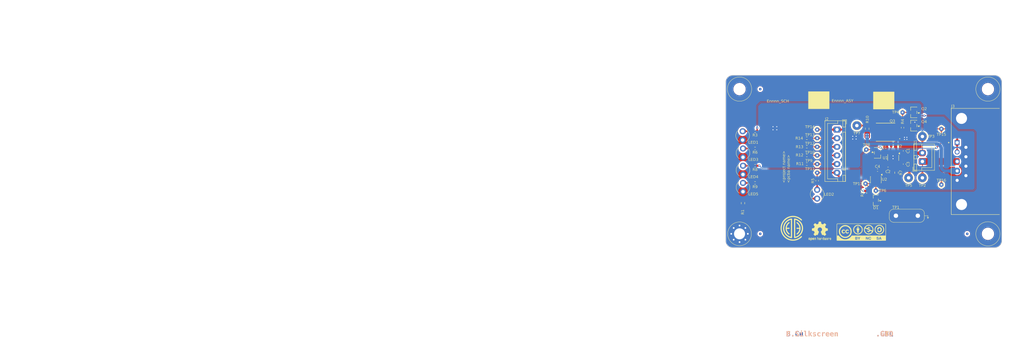
<source format=kicad_pcb>
(kicad_pcb
	(version 20241229)
	(generator "pcbnew")
	(generator_version "9.0")
	(general
		(thickness 1.6)
		(legacy_teardrops no)
	)
	(paper "USLegal")
	(layers
		(0 "F.Cu" signal)
		(4 "In1.Cu" power)
		(6 "In2.Cu" power)
		(2 "B.Cu" signal)
		(9 "F.Adhes" user "F.Adhesive")
		(11 "B.Adhes" user "B.Adhesive")
		(13 "F.Paste" user)
		(15 "B.Paste" user)
		(5 "F.SilkS" user "F.Silkscreen")
		(7 "B.SilkS" user "B.Silkscreen")
		(1 "F.Mask" user)
		(3 "B.Mask" user)
		(17 "Dwgs.User" user "User.Drawings")
		(19 "Cmts.User" user "User.Comments")
		(21 "Eco1.User" user "User.Eco1")
		(23 "Eco2.User" user "User.Eco2")
		(25 "Edge.Cuts" user "Board.Outline")
		(27 "Margin" user)
		(31 "F.CrtYd" user "F.Courtyard")
		(29 "B.CrtYd" user "B.Courtyard")
		(35 "F.Fab" user "F.Assembly")
		(33 "B.Fab" user "B.Assembly")
		(39 "User.1" front "Gerber.Title.Block")
		(41 "User.2" front "F.FabNotes")
		(43 "User.3" front "F.FabNotes2")
		(45 "User.4" back "B.FabNotes")
		(47 "User.5" back "B.FabNotes2")
		(49 "User.6" front "F. Fab")
		(51 "User.7" back "B.Fab")
		(53 "User.8" user)
		(55 "User.9" user)
	)
	(setup
		(stackup
			(layer "F.SilkS"
				(type "Top Silk Screen")
			)
			(layer "F.Paste"
				(type "Top Solder Paste")
			)
			(layer "F.Mask"
				(type "Top Solder Mask")
				(thickness 0.01)
			)
			(layer "F.Cu"
				(type "copper")
				(thickness 0.035)
			)
			(layer "dielectric 1"
				(type "prepreg")
				(thickness 0.1)
				(material "FR4")
				(epsilon_r 4.5)
				(loss_tangent 0.02)
			)
			(layer "In1.Cu"
				(type "copper")
				(thickness 0.035)
			)
			(layer "dielectric 2"
				(type "core")
				(thickness 1.24)
				(material "FR4")
				(epsilon_r 4.5)
				(loss_tangent 0.02)
			)
			(layer "In2.Cu"
				(type "copper")
				(thickness 0.035)
			)
			(layer "dielectric 3"
				(type "prepreg")
				(thickness 0.1)
				(material "FR4")
				(epsilon_r 4.5)
				(loss_tangent 0.02)
			)
			(layer "B.Cu"
				(type "copper")
				(thickness 0.035)
			)
			(layer "B.Mask"
				(type "Bottom Solder Mask")
				(thickness 0.01)
			)
			(layer "B.Paste"
				(type "Bottom Solder Paste")
			)
			(layer "B.SilkS"
				(type "Bottom Silk Screen")
			)
			(copper_finish "ENIG")
			(dielectric_constraints no)
		)
		(pad_to_mask_clearance 0)
		(allow_soldermask_bridges_in_footprints no)
		(tenting front back)
		(aux_axis_origin 239.6 100)
		(grid_origin 239.6 100)
		(pcbplotparams
			(layerselection 0x00000000_00000000_55555555_5755f5ff)
			(plot_on_all_layers_selection 0x00000000_00000000_00000000_02000000)
			(disableapertmacros no)
			(usegerberextensions yes)
			(usegerberattributes yes)
			(usegerberadvancedattributes yes)
			(creategerberjobfile yes)
			(dashed_line_dash_ratio 12.000000)
			(dashed_line_gap_ratio 3.000000)
			(svgprecision 4)
			(plotframeref no)
			(mode 1)
			(useauxorigin yes)
			(hpglpennumber 1)
			(hpglpenspeed 20)
			(hpglpendiameter 15.000000)
			(pdf_front_fp_property_popups yes)
			(pdf_back_fp_property_popups yes)
			(pdf_metadata yes)
			(pdf_single_document no)
			(dxfpolygonmode yes)
			(dxfimperialunits yes)
			(dxfusepcbnewfont yes)
			(psnegative no)
			(psa4output no)
			(plot_black_and_white yes)
			(sketchpadsonfab no)
			(plotpadnumbers no)
			(hidednponfab no)
			(sketchdnponfab yes)
			(crossoutdnponfab yes)
			(subtractmaskfromsilk yes)
			(outputformat 1)
			(mirror no)
			(drillshape 0)
			(scaleselection 1)
			(outputdirectory "../2_Fabrication/artwork/")
		)
	)
	(property "art_checked_date" "<art checked date>")
	(property "art_checker" "<art checker>")
	(property "art_eng" "<art engineer>")
	(property "art_eng_date" "<art engineer date>")
	(property "art_prj_eng_date" "<art prj eng date>")
	(property "art_rev" "X1")
	(property "base_pn" "Ennnn")
	(property "pcb_checked_date" "<pcb checked date>")
	(property "pcb_checker" "<pcb checker>")
	(property "pcb_eng" "<pcb engineer>")
	(property "pcb_eng_date" "<pcb engineer date>")
	(property "pcb_prj_eng_date" "<pcb prj eng date>")
	(property "pcb_rev" "X1")
	(property "pcba_checked_date" "<pcba checked date>")
	(property "pcba_checker" "<pcba checker>")
	(property "pcba_eng" "<pcba engineer>")
	(property "pcba_eng_date" "<pcba engineer date>")
	(property "pcba_name" "<pcba name>")
	(property "pcba_prj_eng_date" "<pcba prj eng date>")
	(property "pcba_rev" "X1")
	(property "prj_eng" "<prj_eng>")
	(property "prj_license" "<prj license>")
	(property "prj_name" "<project name>")
	(property "sch_checked_date" "<sch checked date>")
	(property "sch_checker" "<sch checker>")
	(property "sch_eng" "<sch engineer>")
	(property "sch_eng_date" "<sch engineer date>")
	(property "sch_prj_eng_date" "<sch prj eng date>")
	(property "sch_rev" "X1")
	(net 0 "")
	(net 1 "/Schematic Top Sheet/VbatSW")
	(net 2 "GND")
	(net 3 "+5VSW")
	(net 4 "Vbat")
	(net 5 "/Schematic Top Sheet/~{TIMEOUT}")
	(net 6 "/Schematic Top Sheet/IGNITION")
	(net 7 "/Schematic Top Sheet/IGNITION_5V")
	(net 8 "Net-(U1-BYPASS)")
	(net 9 "/Schematic Top Sheet/~{IGNITION}")
	(net 10 "/Schematic Top Sheet/Vctl")
	(net 11 "/Schematic Top Sheet/Vctl_gate")
	(net 12 "/Schematic Top Sheet/DELAY4")
	(net 13 "/Schematic Top Sheet/DELAY1")
	(net 14 "/Schematic Top Sheet/DELAY3")
	(net 15 "/Schematic Top Sheet/DELAY_COM")
	(net 16 "/Schematic Top Sheet/DELAY2")
	(net 17 "LED")
	(net 18 "Net-(LED2-A)")
	(net 19 "Net-(LED3-A)")
	(net 20 "Net-(LED4-A)")
	(net 21 "/Schematic Top Sheet/Vcltiso")
	(net 22 "/Schematic Top Sheet/+5VSWiso")
	(net 23 "Net-(LED1-A)")
	(net 24 "Net-(LED5-A)")
	(footprint "Resistor_SMD:R_0402_1005Metric_Pad0.72x0.64mm_HandSolder" (layer "F.Cu") (at 290.85 65.1925 90))
	(footprint "DDCEE:TP_1P_HEX_1mm" (layer "F.Cu") (at 266.1 65.75 90))
	(footprint "Resistor_SMD:R_0402_1005Metric_Pad0.72x0.64mm_HandSolder" (layer "F.Cu") (at 248.1 76.23 180))
	(footprint "Resistor_SMD:R_0402_1005Metric_Pad0.72x0.64mm_HandSolder" (layer "F.Cu") (at 248.1 71.23 180))
	(footprint "DDCEE:TP_1P_5000_RED" (layer "F.Cu") (at 296.6 67.75))
	(footprint "DDCEE:TP_1P_HEX_1mm" (layer "F.Cu") (at 266.1 75.75 90))
	(footprint "DDCEE:MountingHole_3.2mm_M3" (layer "F.Cu") (at 315.6 54))
	(footprint "Resistor_SMD:R_0402_1005Metric_Pad0.72x0.64mm_HandSolder" (layer "F.Cu") (at 288.15 70.5 180))
	(footprint "Capacitor_SMD:C_0402_1005Metric_Pad0.74x0.62mm_HandSolder" (layer "F.Cu") (at 291.4 75.7675 -90))
	(footprint "DDCEE:LG_ddcee_5x5"
		(layer "F.Cu")
		(uuid "430b2135-0c97-407a-bc4f-c98d0e6e736e")
		(at 259.1 94.396295)
		(property "Reference" "G***"
			(at 0.045004 -5.1 0)
			(layer "F.SilkS")
			(hide yes)
			(uuid "109f17cf-9d03-4cfc-b0e9-26442548d79f")
			(effects
				(font
					(size 1.5 1.5)
					(thickness 0.3)
				)
			)
		)
		(property "Value" "LOGO"
			(at 0.75 0 0)
			(layer "F.SilkS")
			(hide yes)
			(uuid "4f1af3c4-2e6b-4ec9-a94f-43cb81e3fb7e")
			(effects
				(font
					(size 1.5 1.5)
					(thickness 0.3)
				)
			)
		)
		(property "Datasheet" ""
			(at 0 0 0)
			(layer "F.Fab")
			(hide yes)
			(uuid "c2110262-16fa-4671-b8a4-5eb31fb1736f")
			(effects
				(font
					(size 1.27 1.27)
					(thickness 0.15)
				)
			)
		)
		(property "Description" ""
			(at 0 0 0)
			(layer "F.Fab")
			(hide yes)
			(uuid "fb1aace3-ae46-4164-b43d-82c69973e9c6")
			(effects
				(font
					(size 1.27 1.27)
					(thickness 0.15)
				)
			)
		)
		(attr board_only exclude_from_pos_files exclude_from_bom)
		(fp_poly
			(pts
				(xy 1.197511 -1.794673) (xy 1.212506 -1.792968) (xy 1.226878 -1.789775) (xy 1.241276 -1.784803)
				(xy 1.256351 -1.777766) (xy 1.272754 -1.768373) (xy 1.291134 -1.756337) (xy 1.312142 -1.74137) (xy 1.32638 -1.730786)
				(xy 1.375068 -1.69328) (xy 1.420439 -1.656376) (xy 1.463848 -1.618899) (xy 1.50665 -1.57967) (xy 1.5502 -1.537513)
				(xy 1.558887 -1.528859) (xy 1.630665 -1.453529) (xy 1.698534 -1.375118) (xy 1.762415 -1.293761)
				(xy 1.822229 -1.209592) (xy 1.877896 -1.122745) (xy 1.929337 -1.033357) (xy 1.976471 -0.94156) (xy 2.019221 -0.84749)
				(xy 2.057506 -0.751282) (xy 2.091247 -0.653071) (xy 2.107765 -0.598504) (xy 2.134031 -0.49851) (xy 2.155405 -0.397716)
				(xy 2.1719 -0.296298) (xy 2.18353 -0.194433) (xy 2.190307 -0.092296) (xy 2.192243 0.009934) (xy 2.189352 0.112082)
				(xy 2.181646 0.213971) (xy 2.169139 0.315425) (xy 2.151842 0.416266) (xy 2.129769 0.516319) (xy 2.102932 0.615406)
				(xy 2.071345 0.713352) (xy 2.035019 0.809979) (xy 1.999977 0.891937) (xy 1.955193 0.984944) (xy 1.906036 1.075621)
				(xy 1.85264 1.163798) (xy 1.795137 1.249306) (xy 1.733663 1.331978) (xy 1.66835 1.411644) (xy 1.599333 1.488135)
				(xy 1.526744 1.561283) (xy 1.450719 1.630919) (xy 1.37139 1.696875) (xy 1.346818 1.716033) (xy 1.323193 1.733993)
				(xy 1.302823 1.748979) (xy 1.285157 1.761262) (xy 1.269643 1.771109) (xy 1.25573 1.778789) (xy 1.242866 1.784573)
				(xy 1.2305 1.788728) (xy 1.218079 1.791523) (xy 1.205052 1.793227) (xy 1.190868 1.79411) (xy 1.186366 1.794253)
				(xy 1.166606 1.794266) (xy 1.151185 1.793113) (xy 1.141911 1.791402) (xy 1.123308 1.785271) (xy 1.103649 1.77633)
				(xy 1.085068 1.76562) (xy 1.075816 1.759153) (xy 1.05527 1.740574) (xy 1.038442 1.719128) (xy 1.025417 1.695391)
				(xy 1.016283 1.669935) (xy 1.011127 1.643335) (xy 1.010035 1.616164) (xy 1.013095 1.588995) (xy 1.020395 1.562403)
				(xy 1.032019 1.536962) (xy 1.040138 1.523885) (xy 1.046917 1.514844) (xy 1.05494 1.505927) (xy 1.06488 1.496518)
				(xy 1.07741 1.486002) (xy 1.093201 1.473762) (xy 1.101995 1.467198) (xy 1.140063 1.43847) (xy 1.175148 1.410712)
				(xy 1.208377 1.38295) (xy 1.240877 1.354209) (xy 1.273775 1.323515) (xy 1.308199 1.289893) (xy 1.31523 1.282868)
				(xy 1.376224 1.218985) (xy 1.432803 1.153938) (xy 1.485534 1.086987) (xy 1.534987 1.017391) (xy 1.581728 0.944407)
				(xy 1.606465 0.902588) (xy 1.648151 0.825467) (xy 1.686345 0.745231) (xy 1.720863 0.662452) (xy 1.75152 0.577699)
				(xy 1.778133 0.491543) (xy 1.800518 0.404553) (xy 1.81849 0.3173) (xy 1.831867 0.230355) (xy 1.836546 0.189445)
				(xy 1.838252 0.172619) (xy 1.492307 0.171943) (xy 1.146362 0.171266) (xy 1.130111 0.165436) (xy 1.106605 0.155392)
				(xy 1.085993 0.142856) (xy 1.066607 0.126765) (xy 1.061175 0.121481) (xy 1.046853 0.106004) (xy 1.035899 0.091239)
				(xy 1.027277 0.075533) (xy 1.01995 0.057233) (xy 1.018804 0.053878) (xy 1.012083 0.026303) (xy 1.010098 -0.001424)
				(xy 1.012628 -0.02878) (xy 1.019454 -0.055245) (xy 1.030357 -0.080296) (xy 1.045116 -0.103411) (xy 1.063513 -0.124068)
				(xy 1.085326 -0.141745) (xy 1.106263 -0.153975) (xy 1.11133 -0.156518) (xy 1.115885 -0.158818) (xy 1.120192 -0.160885)
				(xy 1.124514 -0.162732) (xy 1.129115 -0.164372) (xy 1.134258 -0.165816) (xy 1.140207 -0.167078)
				(xy 1.147226 -0.16817) (xy 1.155577 -0.169103) (xy 1.165525 -0.169891) (xy 1.177333 -0.170546) (xy 1.191265 -0.171079)
				(xy 1.207583 -0.171504) (xy 1.226552 -0.171832) (xy 1.248435 -0.172077) (xy 1.273496 -0.17225) (xy 1.301997 -0.172363)
				(xy 1.334204 -0.17243) (xy 1.370378 -0.172462) (xy 1.410784 -0.172472) (xy 1.455686 -0.172472) (xy 1.501064 -0.172474)
				(xy 1.838263 -0.172517) (xy 1.836551 -0.189394) (xy 1.825328 -0.276569) (xy 1.809374 -0.364195)
				(xy 1.788863 -0.451751) (xy 1.76397 -0.538714) (xy 1.73487 -0.624562) (xy 1.701735 -0.708772) (xy 1.664741 -0.790822)
				(xy 1.624061 -0.87019) (xy 1.589238 -0.930974) (xy 1.542467 -1.005114) (xy 1.493464 -1.075592) (xy 1.441871 -1.1428)
				(xy 1.387328 -1.207129) (xy 1.329475 -1.268973) (xy 1.267954 -1.328723) (xy 1.202406 -1.386771)
				(xy 1.132471 -1.443509) (xy 1.09013 -1.475694) (xy 1.071726 -1.490065) (xy 1.057028 -1.503293) (xy 1.045194 -1.516325)
				(xy 1.035385 -1.530106) (xy 1.026761 -1.545581) (xy 1.025134 -1.548903) (xy 1.014659 -1.576208)
				(xy 1.008964 -1.60419) (xy 1.007983 -1.632332) (xy 1.011654 -1.660117) (xy 1.019912 -1.687029) (xy 1.032696 -1.71255)
				(xy 1.047794 -1.733634) (xy 1.068417 -1.754686) (xy 1.091544 -1.771433) (xy 1.117 -1.783798) (xy 1.144614 -1.791698)
				(xy 1.174212 -1.795056) (xy 1.181241 -1.795177)
			)
			(stroke
				(width 0)
				(type solid)
			)
			(fill yes)
			(layer "F.SilkS")
			(uuid "99103f5b-d42b-418f-98f4-0e2c255e3922")
		)
		(fp_poly
			(pts
				(xy -1.121174 -1.793602) (xy -1.09451 -1.786996) (xy -1.069748 -1.775909) (xy -1.046509 -1.760184)
				(xy -1.028776 -1.744167) (xy -1.009705 -1.721517) (xy -0.99501 -1.696448) (xy -0.984701 -1.66898)
				(xy -0.983666 -1.665164) (xy -0.98039 -1.646362) (xy -0.979328 -1.625119) (xy -0.980451 -1.603466)
				(xy -0.983733 -1.583433) (xy -0.984859 -1.579018) (xy -0.992346 -1.557067) (xy -1.002321 -1.537105)
				(xy -1.015294 -1.518476) (xy -1.031771 -1.500521) (xy -1.05226 -1.482583) (xy -1.069343 -1.469627)
				(xy -1.143486 -1.412995) (xy -1.214423 -1.352609) (xy -1.282037 -1.288645) (xy -1.34621 -1.221283)
				(xy -1.406825 -1.150699) (xy -1.463764 -1.077072) (xy -1.51691 -1.000579) (xy -1.566144 -0.921399)
				(xy -1.61135 -0.83971) (xy -1.652409 -0.755689) (xy -1.689205 -0.669515) (xy -1.721619 -0.581365)
				(xy -1.749534 -0.491418) (xy -1.77107 -0.40754) (xy -1.777427 -0.378588) (xy -1.783687 -0.347269)
				(xy -1.789668 -0.314693) (xy -1.795186 -0.281968) (xy -1.80006 -0.250204) (xy -1.804105 -0.220511)
				(xy -1.807138 -0.193999) (xy -1.808199 -0.182518) (xy -1.808928 -0.173767) (xy -1.463894 -0.172517)
				(xy -1.414791 -0.172348) (xy -1.370426 -0.172204) (xy -1.330537 -0.172072) (xy -1.294863 -0.171937)
				(xy -1.263141 -0.171787) (xy -1.235109 -0.171606) (xy -1.210505 -0.171382) (xy -1.189067 -0.171101)
				(xy -1.170534 -0.170749) (xy -1.154642 -0.170311) (xy -1.141131 -0.169775) (xy -1.129737 -0.169126)
				(xy -1.1202 -0.16835) (xy -1.112256 -0.167435) (xy -1.105645 -0.166365) (xy -1.100103 -0.165127)
				(xy -1.095369 -0.163708) (xy -1.091181 -0.162093) (xy -1.087277 -0.160269) (xy -1.083395 -0.158222)
				(xy -1.079272 -0.155937) (xy -1.074648 -0.153402) (xy -1.071697 -0.151845) (xy -1.050212 -0.138112)
				(xy -1.030437 -0.120408) (xy -1.013171 -0.099681) (xy -0.999216 -0.076878) (xy -0.990195 -0.055498)
				(xy -0.983295 -0.027249) (xy -0.981144 0.000965) (xy -0.983532 0.028656) (xy -0.990248 0.055333)
				(xy -1.001082 0.080506) (xy -1.015822 0.103686) (xy -1.034258 0.124383) (xy -1.05618 0.142108) (xy -1.081357 0.156361)
				(xy -1.086117 0.158594) (xy -1.090429 0.160612) (xy -1.094557 0.162425) (xy -1.098763 0.164045)
				(xy -1.103311 0.165482) (xy -1.108464 0.166747) (xy -1.114487 0.167851) (xy -1.121641 0.168805)
				(xy -1.130192 0.16962) (xy -1.140402 0.170307) (xy -1.152534 0.170877) (xy -1.166853 0.17134) (xy -1.183622 0.171707)
				(xy -1.203103 0.17199) (xy -1.225561 0.1722) (xy -1.251259 0.172346) (xy -1.28046 0.172441) (xy -1.313428 0.172494)
				(xy -1.350426 0.172518) (xy -1.391718 0.172522) (xy -1.437567 0.172518) (xy -1.471633 0.172517)
				(xy -1.808416 0.172517) (xy -1.806773 0.193894) (xy -1.804679 0.215371) (xy -1.801463 0.240728)
				(xy -1.797294 0.269011) (xy -1.792338 0.299268) (xy -1.786762 0.330546) (xy -1.780734 0.361893)
				(xy -1.774421 0.392357) (xy -1.76799 0.420983) (xy -1.763959 0.437627) (xy -1.738393 0.529598) (xy -1.7082 0.619823)
				(xy -1.673469 0.708135) (xy -1.63429 0.794364) (xy -1.590751 0.878342) (xy -1.542944 0.959901) (xy -1.490956 1.038872)
				(xy -1.434878 1.115085) (xy -1.3748 1.188374) (xy -1.351211 1.215119) (xy -1.339472 1.227841) (xy -1.324843 1.243181)
				(xy -1.308101 1.260367) (xy -1.290019 1.27863) (xy -1.271373 1.297197) (xy -1.252937 1.315299) (xy -1.235488 1.332163)
				(xy -1.219799 1.34702) (xy -1.206646 1.359097) (xy -1.205119 1.360462) (xy -1.176139 1.385483) (xy -1.143683 1.412103)
				(xy -1.108688 1.439565) (xy -1.081109 1.460432) (xy -1.061123 1.475662) (xy -1.04483 1.488946) (xy -1.031631 1.500907)
				(xy -1.020929 1.512167) (xy -1.012127 1.52335) (xy -1.004627 1.535079) (xy -0.9986 1.546402) (xy -0.987561 1.573951)
				(xy -0.981513 1.601767) (xy -0.980457 1.629819) (xy -0.984391 1.658075) (xy -0.993317 1.686502)
				(xy -0.999277 1.699998) (xy -1.013622 1.724145) (xy -1.031666 1.745268) (xy -1.05291 1.763064) (xy -1.076856 1.77723)
				(xy -1.103006 1.787462) (xy -1.130863 1.793456) (xy -1.155114 1.794995) (xy -1.171755 1.794029)
				(xy -1.188429 1.791549) (xy -1.195118 1.79003) (xy -1.209353 1.785769) (xy -1.222816 1.780398) (xy -1.236542 1.773372)
				(xy -1.251568 1.764146) (xy -1.268931 1.752174) (xy -1.273876 1.748603) (xy -1.352869 1.688169)
				(xy -1.429409 1.623665) (xy -1.503194 1.55542) (xy -1.573921 1.483763) (xy -1.641287 1.409023) (xy -1.704991 1.331531)
				(xy -1.764728 1.251615) (xy -1.820197 1.169605) (xy -1.850204 1.121358) (xy -1.902228 1.030378)
				(xy -1.949475 0.938093) (xy -1.991978 0.844395) (xy -2.029773 0.749181) (xy -2.062894 0.652345)
				(xy -2.091374 0.553781) (xy -2.115247 0.453384) (xy -2.134548 0.351048) (xy -2.149312 0.24667) (xy -2.156616 0.176267)
				(xy -2.158002 0.157447) (xy -2.159217 0.1345) (xy -2.160249 0.108297) (xy -2.161087 0.079711) (xy -2.16172 0.049611)
				(xy -2.162136 0.01887) (xy -2.162325 -0.011642) (xy -2.162274 -0.041053) (xy -2.161974 -0.068492)
				(xy -2.161411 -0.093088) (xy -2.160576 -0.11397) (xy -2.160417 -0.116893) (xy -2.152005 -0.221756)
				(xy -2.138762 -0.325395) (xy -2.120729 -0.42771) (xy -2.097947 -0.528597) (xy -2.070459 -0.627956)
				(xy -2.038305 -0.725685) (xy -2.001528 -0.821681) (xy -1.960169 -0.915844) (xy -1.91427 -1.00807)
				(xy -1.863872 -1.098258) (xy -1.809017 -1.186307) (xy -1.749747 -1.272115) (xy -1.686103 -1.355579)
				(xy -1.623783 -1.430141) (xy -1.611179 -1.444178) (xy -1.59554 -1.460944) (xy -1.577515 -1.479791)
				(xy -1.557756 -1.50007) (xy -1.536913 -1.521132) (xy -1.515636 -1.542328) (xy -1.494576 -1.56301)
				(xy -1.474384 -1.582529) (xy -1.455711 -1.600236) (xy -1.439207 -1.615481) (xy -1.427359 -1.626029)
				(xy -1.403057 -1.646855) (xy -1.378511 -1.667355) (xy -1.354161 -1.687193) (xy -1.330449 -1.706032)
				(xy -1.307815 -1.723538) (xy -1.2867 -1.739373) (xy -1.267545 -1.753202) (xy -1.25079 -1.764689)
				(xy -1.236877 -1.773498) (xy -1.226371 -1.779234) (xy -1.206157 -1.78765) (xy -1.186875 -1.792914)
				(xy -1.166483 -1.795472) (xy -1.150114 -1.79589)
			)
			(stroke
				(width 0)
				(type solid)
			)
			(fill yes)
			(layer "F.SilkS")
			(uuid "643baf8b-3f44-4c42-9f99-a32d9256b220")
		)
		(fp_poly
			(pts
				(xy -0.421915 -2.847834) (xy -0.404027 -2.845748) (xy -0.397539 -2.844361) (xy -0.370533 -2.835046)
				(xy -0.345552 -2.821503) (xy -0.323089 -2.804214) (xy -0.303638 -2.783665) (xy -0.287691 -2.760339)
				(xy -0.275742 -2.734721) (xy -0.271158 -2.720225) (xy -0.2695 -2.712018) (xy -0.267783 -2.700129)
				(xy -0.266165 -2.685874) (xy -0.264804 -2.670566) (xy -0.264258 -2.662762) (xy -0.264116 -2.657989)
				(xy -0.263977 -2.648348) (xy -0.263842 -2.633966) (xy -0.263711 -2.61497) (xy -0.263584 -2.591487)
				(xy -0.26346 -2.563645) (xy -0.26334 -2.53157) (xy -0.263224 -2.495389) (xy -0.263111 -2.45523)
				(xy -0.263003 -2.41122) (xy -0.262898 -2.363486) (xy -0.262796 -2.312154) (xy -0.262699 -2.257353)
				(xy -0.262605 -2.199208) (xy -0.262515 -2.137848) (xy -0.262429 -2.073399) (xy -0.262346 -2.005988)
				(xy -0.262267 -1.935743) (xy -0.262192 -1.862791) (xy -0.26212 -1.787258) (xy -0.262053 -1.709272)
				(xy -0.261989 -1.62896) (xy -0.261928 -1.546449) (xy -0.261872 -1.461866) (xy -0.261819 -1.375338)
				(xy -0.261769 -1.286993) (xy -0.261724 -1.196957) (xy -0.261682 -1.105357) (xy -0.261644 -1.012321)
				(xy -0.261609 -0.917975) (xy -0.261578 -0.822448) (xy -0.261551 -0.725865) (xy -0.261528 -0.628354)
				(xy -0.261508 -0.530043) (xy -0.261492 -0.431057) (xy -0.26148 -0.331525) (xy -0.261471 -0.231573)
				(xy -0.261466 -0.131328) (xy -0.261465 -0.030919)
... [2934628 chars truncated]
</source>
